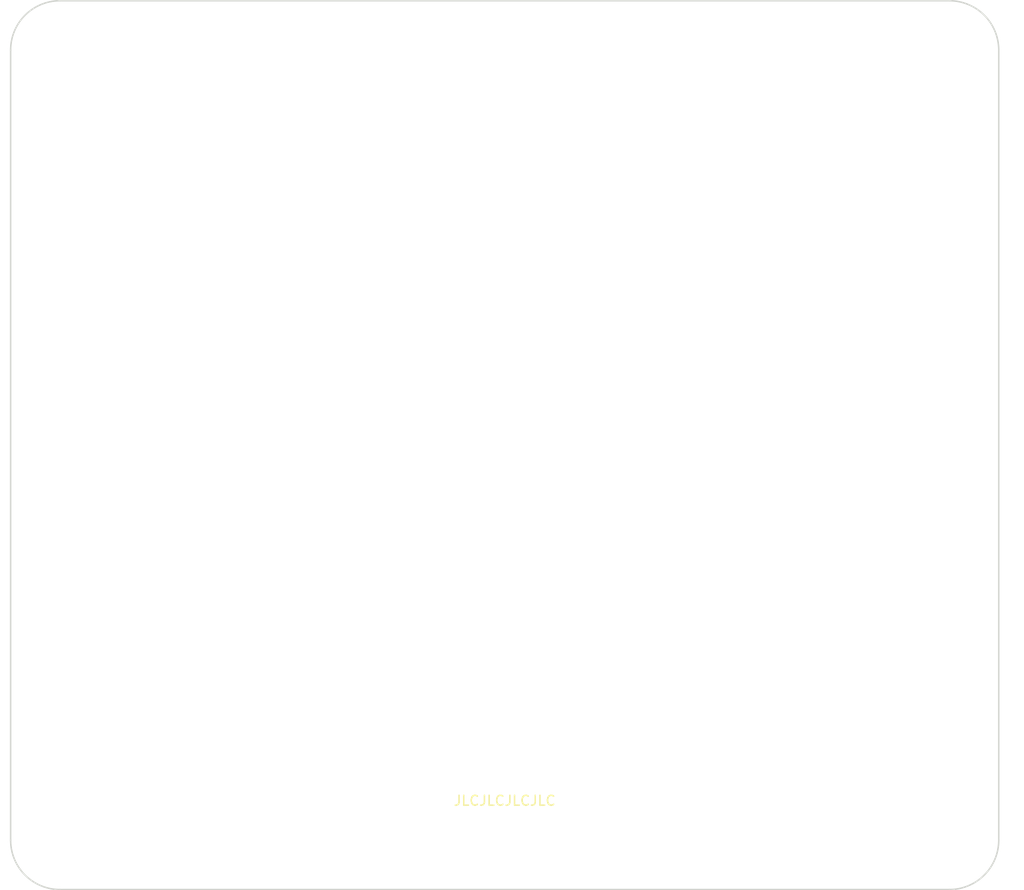
<source format=kicad_pcb>
(kicad_pcb (version 20171130) (host pcbnew "(5.1.9)-1")

  (general
    (thickness 1.6)
    (drawings 13)
    (tracks 0)
    (zones 0)
    (modules 7)
    (nets 1)
  )

  (page A4)
  (layers
    (0 F.Cu signal)
    (31 B.Cu signal)
    (32 B.Adhes user)
    (33 F.Adhes user)
    (34 B.Paste user)
    (35 F.Paste user)
    (36 B.SilkS user)
    (37 F.SilkS user)
    (38 B.Mask user)
    (39 F.Mask user)
    (40 Dwgs.User user)
    (41 Cmts.User user)
    (42 Eco1.User user)
    (43 Eco2.User user)
    (44 Edge.Cuts user)
    (45 Margin user)
    (46 B.CrtYd user)
    (47 F.CrtYd user)
    (48 B.Fab user)
    (49 F.Fab user)
  )

  (setup
    (last_trace_width 0.25)
    (trace_clearance 0.2)
    (zone_clearance 0.508)
    (zone_45_only no)
    (trace_min 0.2)
    (via_size 0.8)
    (via_drill 0.4)
    (via_min_size 0.4)
    (via_min_drill 0.3)
    (uvia_size 0.3)
    (uvia_drill 0.1)
    (uvias_allowed no)
    (uvia_min_size 0.2)
    (uvia_min_drill 0.1)
    (edge_width 0.15)
    (segment_width 0.2)
    (pcb_text_width 0.3)
    (pcb_text_size 1.5 1.5)
    (mod_edge_width 0.15)
    (mod_text_size 1 1)
    (mod_text_width 0.15)
    (pad_size 1.524 1.524)
    (pad_drill 0.762)
    (pad_to_mask_clearance 0.2)
    (aux_axis_origin 0 0)
    (visible_elements 7FFFFFFF)
    (pcbplotparams
      (layerselection 0x010fc_ffffffff)
      (usegerberextensions false)
      (usegerberattributes false)
      (usegerberadvancedattributes false)
      (creategerberjobfile false)
      (excludeedgelayer true)
      (linewidth 0.100000)
      (plotframeref false)
      (viasonmask false)
      (mode 1)
      (useauxorigin false)
      (hpglpennumber 1)
      (hpglpenspeed 20)
      (hpglpendiameter 15.000000)
      (psnegative false)
      (psa4output false)
      (plotreference true)
      (plotvalue true)
      (plotinvisibletext false)
      (padsonsilk false)
      (subtractmaskfromsilk false)
      (outputformat 1)
      (mirror false)
      (drillshape 0)
      (scaleselection 1)
      (outputdirectory "Gerber/"))
  )

  (net 0 "")

  (net_class Default "This is the default net class."
    (clearance 0.2)
    (trace_width 0.25)
    (via_dia 0.8)
    (via_drill 0.4)
    (uvia_dia 0.3)
    (uvia_drill 0.1)
    (add_net "Net-(J1-Pad1)")
    (add_net "Net-(J11-Pad1)")
    (add_net "Net-(J12-Pad1)")
    (add_net "Net-(J13-Pad1)")
    (add_net "Net-(J14-Pad1)")
    (add_net "Net-(J15-Pad1)")
    (add_net "Net-(J16-Pad1)")
  )

  (module MountingHole:MountingHole_2.2mm_M2_ISO7380 (layer F.Cu) (tedit 56D1B4CB) (tstamp 60207D9A)
    (at 100 65)
    (descr "Mounting Hole 2.2mm, no annular, M2, ISO7380")
    (tags "mounting hole 2.2mm no annular m2 iso7380")
    (path /6021EF88)
    (attr virtual)
    (fp_text reference J1 (at 0 -2.75) (layer F.SilkS) hide
      (effects (font (size 1 1) (thickness 0.15)))
    )
    (fp_text value Conn_01x01 (at 0 2.75) (layer F.Fab)
      (effects (font (size 1 1) (thickness 0.15)))
    )
    (fp_text user %R (at 0.3 0) (layer F.Fab)
      (effects (font (size 1 1) (thickness 0.15)))
    )
    (fp_circle (center 0 0) (end 1.75 0) (layer Cmts.User) (width 0.15))
    (fp_circle (center 0 0) (end 2 0) (layer F.CrtYd) (width 0.05))
    (pad 1 np_thru_hole circle (at 0 0) (size 2.2 2.2) (drill 2.2) (layers *.Cu *.Mask))
  )

  (module MountingHole:MountingHole_2.2mm_M2_ISO7380 (layer F.Cu) (tedit 56D1B4CB) (tstamp 6020791C)
    (at 145 145)
    (descr "Mounting Hole 2.2mm, no annular, M2, ISO7380")
    (tags "mounting hole 2.2mm no annular m2 iso7380")
    (path /5BC7F4B1)
    (attr virtual)
    (fp_text reference J14 (at 0 -2.75) (layer F.SilkS) hide
      (effects (font (size 1 1) (thickness 0.15)))
    )
    (fp_text value Conn_01x01 (at 0 2.75) (layer F.Fab)
      (effects (font (size 1 1) (thickness 0.15)))
    )
    (fp_circle (center 0 0) (end 2 0) (layer F.CrtYd) (width 0.05))
    (fp_circle (center 0 0) (end 1.75 0) (layer Cmts.User) (width 0.15))
    (fp_text user %R (at 0.3 0) (layer F.Fab)
      (effects (font (size 1 1) (thickness 0.15)))
    )
    (pad 1 np_thru_hole circle (at 0 0) (size 2.2 2.2) (drill 2.2) (layers *.Cu *.Mask))
  )

  (module MountingHole:MountingHole_2.2mm_M2_ISO7380 (layer F.Cu) (tedit 56D1B4CB) (tstamp 60207906)
    (at 145 105)
    (descr "Mounting Hole 2.2mm, no annular, M2, ISO7380")
    (tags "mounting hole 2.2mm no annular m2 iso7380")
    (path /5BC7F415)
    (attr virtual)
    (fp_text reference J12 (at 0 -2.75) (layer F.SilkS) hide
      (effects (font (size 1 1) (thickness 0.15)))
    )
    (fp_text value Conn_01x01 (at 0 2.75) (layer F.Fab)
      (effects (font (size 1 1) (thickness 0.15)))
    )
    (fp_circle (center 0 0) (end 2 0) (layer F.CrtYd) (width 0.05))
    (fp_circle (center 0 0) (end 1.75 0) (layer Cmts.User) (width 0.15))
    (fp_text user %R (at 0.3 0) (layer F.Fab)
      (effects (font (size 1 1) (thickness 0.15)))
    )
    (pad 1 np_thru_hole circle (at 0 0) (size 2.2 2.2) (drill 2.2) (layers *.Cu *.Mask))
  )

  (module MountingHole:MountingHole_2.2mm_M2_ISO7380 (layer F.Cu) (tedit 5BB7D625) (tstamp 5BF2CBFD)
    (at 55 65)
    (descr "Mounting Hole 2.2mm, no annular, M2, ISO7380")
    (tags "mounting hole 2.2mm no annular m2 iso7380")
    (path /5BC7F335)
    (attr virtual)
    (fp_text reference J11 (at 0 -2.75) (layer F.SilkS) hide
      (effects (font (size 1 1) (thickness 0.15)))
    )
    (fp_text value Conn_01x01 (at 0 2.75) (layer F.Fab)
      (effects (font (size 1 1) (thickness 0.15)))
    )
    (fp_circle (center 0 0) (end 2 0) (layer F.CrtYd) (width 0.05))
    (fp_circle (center 0 0) (end 1.75 0) (layer Cmts.User) (width 0.15))
    (fp_text user %R (at 0 0) (layer F.Fab)
      (effects (font (size 1 1) (thickness 0.15)))
    )
    (pad 1 np_thru_hole circle (at 0 0) (size 2.2 2.2) (drill 2.2) (layers *.Cu *.Mask))
  )

  (module MountingHole:MountingHole_2.2mm_M2_ISO7380 locked (layer F.Cu) (tedit 5BB7D636) (tstamp 5BF2CC0D)
    (at 55 145)
    (descr "Mounting Hole 2.2mm, no annular, M2, ISO7380")
    (tags "mounting hole 2.2mm no annular m2 iso7380")
    (path /5BC7F465)
    (attr virtual)
    (fp_text reference J13 (at 0 -2.75) (layer F.SilkS) hide
      (effects (font (size 1 1) (thickness 0.15)))
    )
    (fp_text value Conn_01x01 (at 0 2.75) (layer F.Fab)
      (effects (font (size 1 1) (thickness 0.15)))
    )
    (fp_circle (center 0 0) (end 2 0) (layer F.CrtYd) (width 0.05))
    (fp_circle (center 0 0) (end 1.75 0) (layer Cmts.User) (width 0.15))
    (fp_text user %R (at 0 0) (layer F.Fab)
      (effects (font (size 1 1) (thickness 0.15)))
    )
    (pad 1 np_thru_hole circle (at 0 0) (size 2.2 2.2) (drill 2.2) (layers *.Cu *.Mask))
  )

  (module MountingHole:MountingHole_2.2mm_M2_ISO7380 (layer F.Cu) (tedit 5BB7D647) (tstamp 6020635E)
    (at 145 65)
    (descr "Mounting Hole 2.2mm, no annular, M2, ISO7380")
    (tags "mounting hole 2.2mm no annular m2 iso7380")
    (path /5BC7F4FD)
    (attr virtual)
    (fp_text reference J15 (at 0 -2.75) (layer F.SilkS) hide
      (effects (font (size 1 1) (thickness 0.15)))
    )
    (fp_text value Conn_01x01 (at 0 2.75) (layer F.Fab)
      (effects (font (size 1 1) (thickness 0.15)))
    )
    (fp_circle (center 0 0) (end 2 0) (layer F.CrtYd) (width 0.05))
    (fp_circle (center 0 0) (end 1.75 0) (layer Cmts.User) (width 0.15))
    (fp_text user %R (at 0.8636 -0.1778) (layer F.Fab)
      (effects (font (size 1 1) (thickness 0.15)))
    )
    (pad 1 np_thru_hole circle (at 0 0) (size 2.2 2.2) (drill 2.2) (layers *.Cu *.Mask))
  )

  (module MountingHole:MountingHole_2.2mm_M2_ISO7380 (layer F.Cu) (tedit 5BB7D61D) (tstamp 5BF2CC25)
    (at 55 105)
    (descr "Mounting Hole 2.2mm, no annular, M2, ISO7380")
    (tags "mounting hole 2.2mm no annular m2 iso7380")
    (path /5BC7F54B)
    (attr virtual)
    (fp_text reference J16 (at 0 -2.75) (layer F.SilkS) hide
      (effects (font (size 1 1) (thickness 0.15)))
    )
    (fp_text value Conn_01x01 (at 0 2.75) (layer F.Fab)
      (effects (font (size 1 1) (thickness 0.15)))
    )
    (fp_circle (center 0 0) (end 1.75 0) (layer Cmts.User) (width 0.15))
    (fp_circle (center 0 0) (end 2 0) (layer F.CrtYd) (width 0.05))
    (fp_text user %R (at 0.3 0) (layer F.Fab)
      (effects (font (size 1 1) (thickness 0.15)))
    )
    (pad 1 np_thru_hole circle (at 0 0) (size 2.2 2.2) (drill 2.2) (layers *.Cu *.Mask))
  )

  (gr_line (start 52.5 102) (end 149 102) (layer Eco1.User) (width 0.15))
  (gr_line (start 53 66.5) (end 53 123.5) (layer Eco1.User) (width 0.15))
  (gr_line (start 67 122.5) (end 67 66.5) (layer Eco1.User) (width 0.15))
  (gr_line (start 49 108) (end 152.5 108) (layer Eco1.User) (width 0.15))
  (gr_text JLCJLCJLCJLC (at 100 141) (layer F.SilkS)
    (effects (font (size 1 1) (thickness 0.15)))
  )
  (gr_arc (start 145 145) (end 145 150) (angle -90) (layer Edge.Cuts) (width 0.15))
  (gr_arc (start 55 65) (end 55 60) (angle -90) (layer Edge.Cuts) (width 0.15))
  (gr_arc (start 145 65) (end 150 65) (angle -90) (layer Edge.Cuts) (width 0.15))
  (gr_arc (start 55 145) (end 50 145) (angle -90) (layer Edge.Cuts) (width 0.15))
  (gr_line (start 55 60) (end 145 60) (layer Edge.Cuts) (width 0.15))
  (gr_line (start 150 145) (end 150 65) (layer Edge.Cuts) (width 0.15))
  (gr_line (start 55 150) (end 145 150) (layer Edge.Cuts) (width 0.15))
  (gr_line (start 50 65) (end 50 145) (layer Edge.Cuts) (width 0.15))

)

</source>
